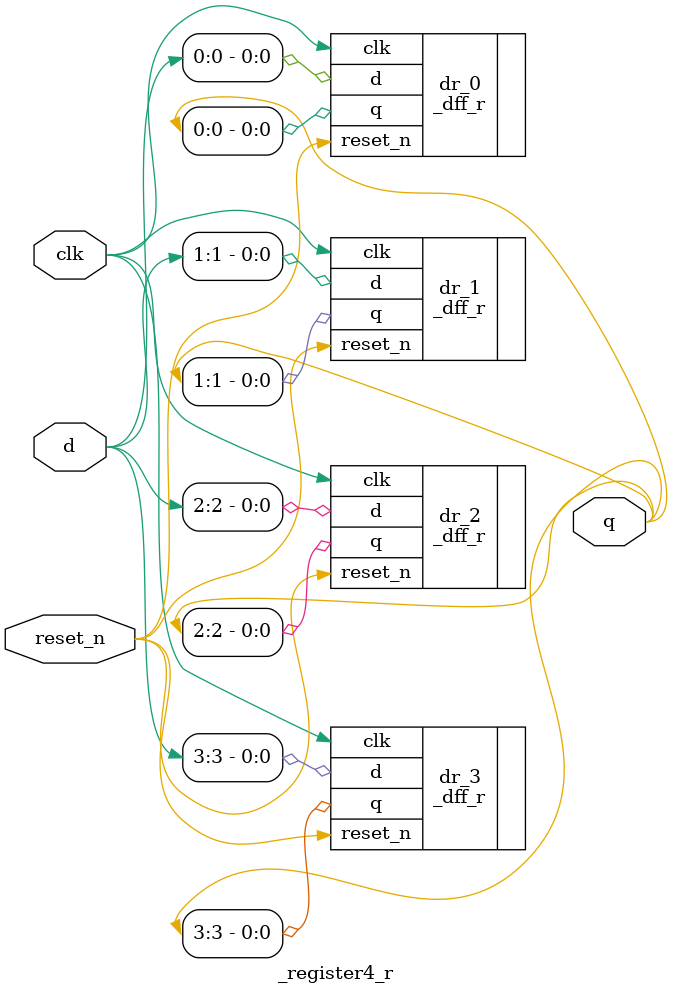
<source format=v>
module _register4_r(clk, reset_n, d, q); //resettable 4-bit register
  input clk, reset_n;
  input [3:0] d;
  output [3:0] q;
  
  //instance
  _dff_r dr_0(.clk(clk), .reset_n(reset_n), .d(d[0]), .q(q[0]));
  _dff_r dr_1(.clk(clk), .reset_n(reset_n), .d(d[1]), .q(q[1]));
  _dff_r dr_2(.clk(clk), .reset_n(reset_n), .d(d[2]), .q(q[2]));
  _dff_r dr_3(.clk(clk), .reset_n(reset_n), .d(d[3]), .q(q[3]));
  
endmodule

</source>
